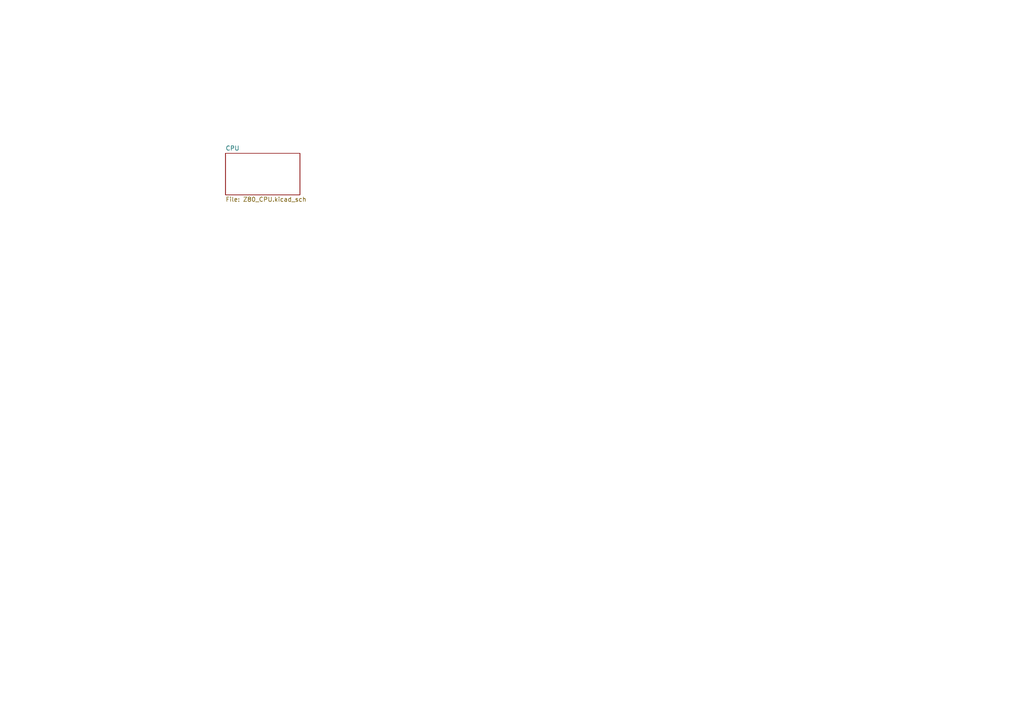
<source format=kicad_sch>
(kicad_sch
	(version 20250114)
	(generator "eeschema")
	(generator_version "9.0")
	(uuid "a206b757-c4ba-4c88-b029-4cf0643816b3")
	(paper "A4")
	(lib_symbols)
	(sheet
		(at 65.405 44.45)
		(size 21.59 12.065)
		(exclude_from_sim no)
		(in_bom yes)
		(on_board yes)
		(dnp no)
		(fields_autoplaced yes)
		(stroke
			(width 0.1524)
			(type solid)
		)
		(fill
			(color 0 0 0 0.0000)
		)
		(uuid "9f27243c-e3ff-46f7-9a7c-c428f4adfc65")
		(property "Sheetname" "CPU"
			(at 65.405 43.7384 0)
			(effects
				(font
					(size 1.27 1.27)
				)
				(justify left bottom)
			)
		)
		(property "Sheetfile" "Z80_CPU.kicad_sch"
			(at 65.405 57.0996 0)
			(effects
				(font
					(size 1.27 1.27)
				)
				(justify left top)
			)
		)
		(instances
			(project "Sorcerer"
				(path "/a206b757-c4ba-4c88-b029-4cf0643816b3"
					(page "2")
				)
			)
		)
	)
	(sheet_instances
		(path "/"
			(page "1")
		)
	)
	(embedded_fonts no)
)

</source>
